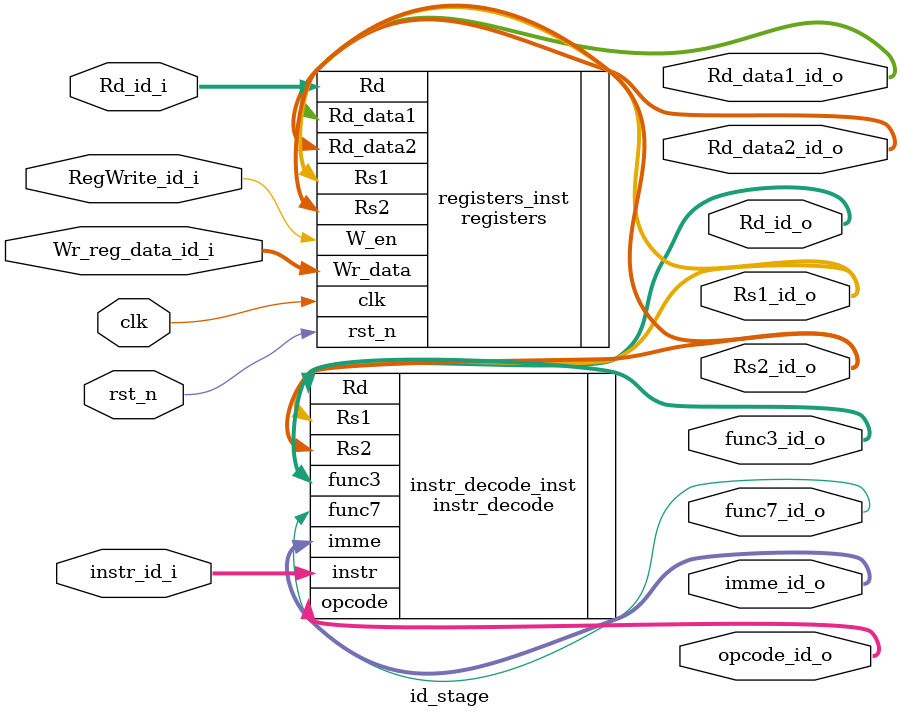
<source format=v>

module id_stage(
	input clk,
	input rst_n,
	input RegWrite_id_i,
	input [4:0]Rd_id_i,
	input [31:0]Wr_reg_data_id_i,
	input [31:0] instr_id_i,
	output [6:0] opcode_id_o,
	output [2:0] func3_id_o,
	output func7_id_o,
	output [31:0] imme_id_o,
	output [31:0] Rd_data1_id_o,
	output [31:0] Rd_data2_id_o,
	output [4:0]Rd_id_o,
	output  [4:0]Rs1_id_o,
	output  [4:0]Rs2_id_o
    );

	

	
	instr_decode instr_decode_inst (
    .instr(instr_id_i), 
    .opcode(opcode_id_o), 
    .func3(func3_id_o), 
    .func7(func7_id_o), 
    .Rs1(Rs1_id_o), 
    .Rs2(Rs2_id_o), 
    .Rd(Rd_id_o), 
    .imme(imme_id_o)
    );
	
    registers registers_inst (
    .clk(clk), 
	.rst_n(rst_n), 
    .W_en(RegWrite_id_i), 
    .Rs1(Rs1_id_o), 
    .Rs2(Rs2_id_o), 
    .Rd(Rd_id_i), 
    .Wr_data(Wr_reg_data_id_i), 
    .Rd_data1(Rd_data1_id_o), 
    .Rd_data2(Rd_data2_id_o)
    );
endmodule

</source>
